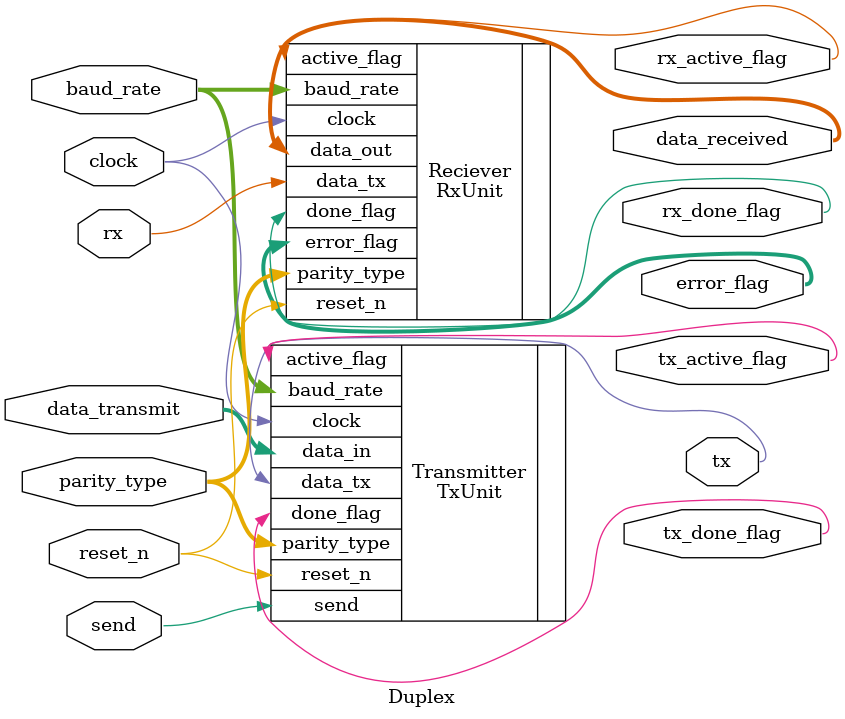
<source format=v>
module Duplex (
    input   wire         reset_n,       //  Active low reset.
    input   wire         send,          //  An enable to start sending data.
    input   wire         clock,         //  The main system's clock.
    input   wire  [1:0]  parity_type,   //  Parity type agreed upon by the Tx and Rx units.
    input   wire  [1:0]  baud_rate,     //  Baud Rate agreed upon by the Tx and Rx units.
    input   wire  [7:0]  data_transmit, //  The data input.
    input   wire         rx,            //  rx pin out

    output  wire         tx_active_flag, //  outputs logic 1 when data is in progress.
    output  wire         tx_done_flag,   //  Outputs logic 1 when data is transmitted
    output  wire         rx_active_flag, //  outputs logic 1 when data is in progress.
    output  wire         rx_done_flag,   //  Outputs logic 1 when data is recieved
    output  wire  [7:0]  data_received,  //  The 8-bits data separated from the frame.
    output  wire  [2:0]  error_flag,
    output  wire         tx              //  tx pin out
    //  Consits of three bits, each bit is a flag for an error
    //  error_flag[0] ParityError flag, error_flag[1] StartError flag,
    //  error_flag[2] StopError flag.
);

//  wires for interconnection
//  wire        data_tx_w;        //  Serial transmitter's data out.

//  Transmitter unit instance
TxUnit Transmitter(
    //  Inputs
    .reset_n(reset_n),
    .send(send),
    .clock(clock),
    .parity_type(parity_type),
    .baud_rate(baud_rate),
    .data_in(data_transmit),

    //  Outputs
    .data_tx(tx),
    .active_flag(tx_active_flag),
    .done_flag(tx_done_flag)
);

//  Reciever unit instance
RxUnit Reciever(
    //  Inputs
    .reset_n(reset_n),
    .clock(clock),
    .parity_type(parity_type),
    .baud_rate(baud_rate),
    .data_tx(rx),

    //  Outputs
    .data_out(data_received),
    .error_flag(error_flag),
    .active_flag(rx_active_flag),
    .done_flag(rx_done_flag)
);

endmodule
</source>
